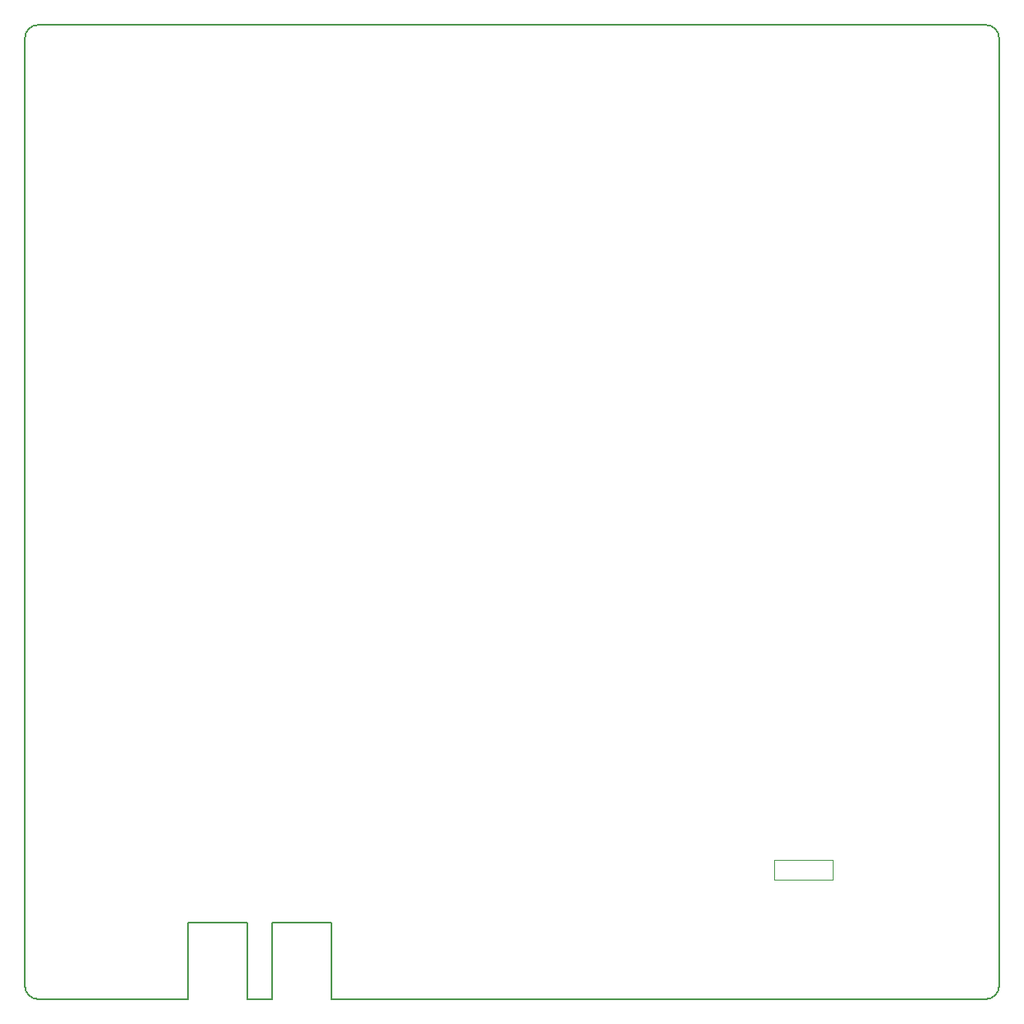
<source format=gm1>
G04 #@! TF.GenerationSoftware,KiCad,Pcbnew,(5.1.8)-1*
G04 #@! TF.CreationDate,2022-02-18T00:17:42+01:00*
G04 #@! TF.ProjectId,BulkyMIDI-32 Extras,42756c6b-794d-4494-9449-2d3332204578,rev?*
G04 #@! TF.SameCoordinates,Original*
G04 #@! TF.FileFunction,Profile,NP*
%FSLAX46Y46*%
G04 Gerber Fmt 4.6, Leading zero omitted, Abs format (unit mm)*
G04 Created by KiCad (PCBNEW (5.1.8)-1) date 2022-02-18 00:17:42*
%MOMM*%
%LPD*%
G01*
G04 APERTURE LIST*
G04 #@! TA.AperFunction,Profile*
%ADD10C,0.050000*%
G04 #@! TD*
G04 #@! TA.AperFunction,Profile*
%ADD11C,0.150000*%
G04 #@! TD*
G04 APERTURE END LIST*
D10*
X147114000Y-140362000D02*
X153114000Y-140362000D01*
X147114000Y-142367000D02*
X147114000Y-140362000D01*
X153114000Y-142367000D02*
X147114000Y-142367000D01*
X153114000Y-140362000D02*
X153114000Y-142367000D01*
D11*
X101600000Y-154610000D02*
X168910000Y-154610000D01*
X92964000Y-154610000D02*
X95504000Y-154610000D01*
X101600000Y-146812000D02*
X101600000Y-154610000D01*
X95504000Y-146812000D02*
X95504000Y-154610000D01*
X95504000Y-146812000D02*
X101600000Y-146812000D01*
X86868000Y-146812000D02*
X92964000Y-146812000D01*
X86868000Y-146812000D02*
X86868000Y-154610000D01*
X92964000Y-146812000D02*
X92964000Y-154610000D01*
X170180000Y-78740000D02*
X170180000Y-55880000D01*
X70180000Y-55880000D02*
X70180000Y-72390000D01*
X70180000Y-139954000D02*
X70180000Y-153340000D01*
X70180000Y-139954000D02*
X70180000Y-72390000D01*
X168910000Y-54610000D02*
X71450000Y-54610000D01*
X71450000Y-54610000D02*
G75*
G03*
X70180000Y-55880000I0J-1270000D01*
G01*
X170180000Y-55880000D02*
G75*
G03*
X168910000Y-54610000I-1270000J0D01*
G01*
X170180000Y-153340000D02*
X170180000Y-78740000D01*
X168910000Y-154610000D02*
G75*
G03*
X170180000Y-153340000I0J1270000D01*
G01*
X71450000Y-154610000D02*
X86868000Y-154610000D01*
X70180000Y-153340000D02*
G75*
G03*
X71450000Y-154610000I1270000J0D01*
G01*
M02*

</source>
